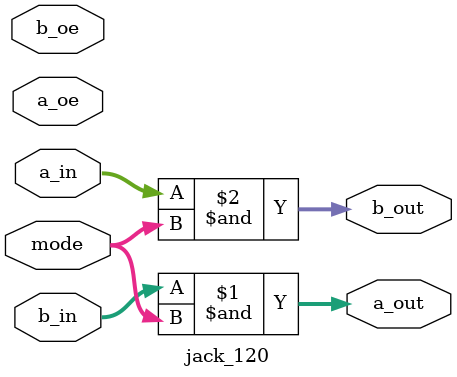
<source format=v>
module  jack_120
(
input   wire [119: 0] a_in,
input   wire          a_oe,
input   wire [119: 0] b_in,
input   wire          b_oe,
output  wire [119: 0] a_out,
output  wire [119: 0] b_out,
input   wire [119: 0]  mode
);

assign a_out = b_in & mode;
assign b_out = a_in & mode;
   
endmodule
</source>
